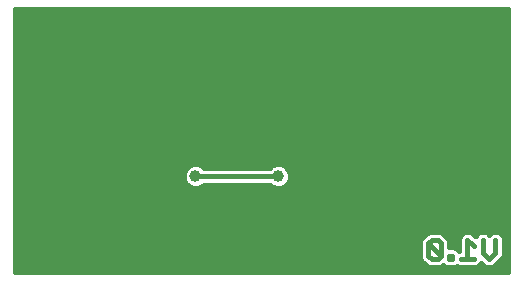
<source format=gbl>
G75*
%MOIN*%
%OFA0B0*%
%FSLAX25Y25*%
%IPPOS*%
%LPD*%
%AMOC8*
5,1,8,0,0,1.08239X$1,22.5*
%
%ADD10C,0.01600*%
%ADD11C,0.03962*%
D10*
X0005400Y0005500D02*
X0005400Y0093220D01*
X0169891Y0093220D01*
X0169891Y0005500D01*
X0005400Y0005500D01*
X0005400Y0006297D02*
X0169891Y0006297D01*
X0169891Y0007896D02*
X0165543Y0007896D01*
X0165866Y0008219D02*
X0167960Y0010313D01*
X0168386Y0011342D01*
X0168386Y0012456D01*
X0168386Y0016642D01*
X0167960Y0017671D01*
X0167172Y0018459D01*
X0166143Y0018885D01*
X0165029Y0018885D01*
X0164000Y0018459D01*
X0163493Y0017952D01*
X0162986Y0018459D01*
X0161957Y0018885D01*
X0160843Y0018885D01*
X0159814Y0018459D01*
X0159026Y0017671D01*
X0158906Y0017381D01*
X0158616Y0017671D01*
X0157828Y0018459D01*
X0157214Y0018713D01*
X0156799Y0018885D01*
X0155685Y0018885D01*
X0154656Y0018459D01*
X0153869Y0017671D01*
X0153614Y0017056D01*
X0153442Y0016642D01*
X0153442Y0012543D01*
X0153380Y0012517D01*
X0152671Y0013226D01*
X0151642Y0013652D01*
X0150260Y0013652D01*
X0150260Y0015595D01*
X0149834Y0016624D01*
X0149232Y0017226D01*
X0148787Y0017671D01*
X0148602Y0017857D01*
X0148000Y0018459D01*
X0147677Y0018592D01*
X0146971Y0018885D01*
X0143763Y0018885D01*
X0143015Y0018575D01*
X0142734Y0018459D01*
X0142114Y0017838D01*
X0141947Y0017671D01*
X0141559Y0017283D01*
X0140900Y0016624D01*
X0140508Y0015678D01*
X0140474Y0015595D01*
X0140474Y0010295D01*
X0140900Y0009266D01*
X0141947Y0008219D01*
X0142734Y0007432D01*
X0143763Y0007006D01*
X0146971Y0007006D01*
X0148000Y0007432D01*
X0148226Y0007658D01*
X0148453Y0007432D01*
X0149482Y0007006D01*
X0151642Y0007006D01*
X0152617Y0007409D01*
X0153592Y0007006D01*
X0158892Y0007006D01*
X0159922Y0007432D01*
X0160709Y0008219D01*
X0160829Y0008509D01*
X0161907Y0007432D01*
X0162936Y0007006D01*
X0164050Y0007006D01*
X0165079Y0007432D01*
X0165866Y0008219D01*
X0167141Y0009494D02*
X0169891Y0009494D01*
X0169891Y0011093D02*
X0168283Y0011093D01*
X0168386Y0012691D02*
X0169891Y0012691D01*
X0169891Y0014290D02*
X0168386Y0014290D01*
X0168386Y0015888D02*
X0169891Y0015888D01*
X0169891Y0017487D02*
X0168036Y0017487D01*
X0165586Y0016085D02*
X0165586Y0011899D01*
X0163493Y0009806D01*
X0161400Y0011899D01*
X0161400Y0016085D01*
X0158949Y0017487D02*
X0158800Y0017487D01*
X0158616Y0017671D02*
X0158616Y0017671D01*
X0156242Y0016085D02*
X0156242Y0009806D01*
X0154149Y0009806D02*
X0158336Y0009806D01*
X0160385Y0007896D02*
X0161443Y0007896D01*
X0153442Y0012691D02*
X0153206Y0012691D01*
X0153442Y0014290D02*
X0150260Y0014290D01*
X0147460Y0015038D02*
X0146414Y0016085D01*
X0144320Y0016085D01*
X0143274Y0015038D01*
X0147460Y0010852D01*
X0146414Y0009806D01*
X0144320Y0009806D01*
X0143274Y0010852D01*
X0143274Y0015038D01*
X0140595Y0015888D02*
X0005400Y0015888D01*
X0005400Y0017487D02*
X0141762Y0017487D01*
X0141947Y0017671D02*
X0141947Y0017671D01*
X0142734Y0018459D02*
X0142734Y0018459D01*
X0142734Y0018459D01*
X0140900Y0016624D02*
X0140900Y0016624D01*
X0140474Y0014290D02*
X0005400Y0014290D01*
X0005400Y0012691D02*
X0140474Y0012691D01*
X0140474Y0011093D02*
X0005400Y0011093D01*
X0005400Y0009494D02*
X0140806Y0009494D01*
X0142271Y0007896D02*
X0005400Y0007896D01*
X0005400Y0019085D02*
X0169891Y0019085D01*
X0169891Y0020684D02*
X0005400Y0020684D01*
X0005400Y0022282D02*
X0169891Y0022282D01*
X0169891Y0023881D02*
X0005400Y0023881D01*
X0005400Y0025479D02*
X0169891Y0025479D01*
X0169891Y0027078D02*
X0005400Y0027078D01*
X0005400Y0028676D02*
X0169891Y0028676D01*
X0169891Y0030275D02*
X0005400Y0030275D01*
X0005400Y0031873D02*
X0169891Y0031873D01*
X0169891Y0033472D02*
X0094193Y0033472D01*
X0093949Y0033371D02*
X0095413Y0033977D01*
X0096532Y0035097D01*
X0097139Y0036560D01*
X0097139Y0038144D01*
X0096532Y0039607D01*
X0095413Y0040727D01*
X0093949Y0041333D01*
X0092366Y0041333D01*
X0090902Y0040727D01*
X0090327Y0040152D01*
X0068429Y0040152D01*
X0067854Y0040727D01*
X0066390Y0041333D01*
X0064807Y0041333D01*
X0063343Y0040727D01*
X0062223Y0039607D01*
X0061617Y0038144D01*
X0061617Y0036560D01*
X0062223Y0035097D01*
X0063343Y0033977D01*
X0064807Y0033371D01*
X0066390Y0033371D01*
X0067854Y0033977D01*
X0068429Y0034552D01*
X0090327Y0034552D01*
X0090902Y0033977D01*
X0092366Y0033371D01*
X0093949Y0033371D01*
X0092122Y0033472D02*
X0066634Y0033472D01*
X0064563Y0033472D02*
X0005400Y0033472D01*
X0005400Y0035070D02*
X0062250Y0035070D01*
X0061617Y0036669D02*
X0005400Y0036669D01*
X0005400Y0038267D02*
X0061668Y0038267D01*
X0062482Y0039866D02*
X0005400Y0039866D01*
X0005400Y0041464D02*
X0169891Y0041464D01*
X0169891Y0039866D02*
X0096274Y0039866D01*
X0097087Y0038267D02*
X0169891Y0038267D01*
X0169891Y0036669D02*
X0097139Y0036669D01*
X0096506Y0035070D02*
X0169891Y0035070D01*
X0169891Y0043063D02*
X0005400Y0043063D01*
X0005400Y0044661D02*
X0169891Y0044661D01*
X0169891Y0046260D02*
X0005400Y0046260D01*
X0005400Y0047858D02*
X0169891Y0047858D01*
X0169891Y0049457D02*
X0005400Y0049457D01*
X0005400Y0051055D02*
X0169891Y0051055D01*
X0169891Y0052654D02*
X0005400Y0052654D01*
X0005400Y0054252D02*
X0169891Y0054252D01*
X0169891Y0055851D02*
X0005400Y0055851D01*
X0005400Y0057449D02*
X0169891Y0057449D01*
X0169891Y0059048D02*
X0005400Y0059048D01*
X0005400Y0060646D02*
X0169891Y0060646D01*
X0169891Y0062245D02*
X0005400Y0062245D01*
X0005400Y0063843D02*
X0169891Y0063843D01*
X0169891Y0065442D02*
X0005400Y0065442D01*
X0005400Y0067040D02*
X0169891Y0067040D01*
X0169891Y0068639D02*
X0005400Y0068639D01*
X0005400Y0070237D02*
X0169891Y0070237D01*
X0169891Y0071836D02*
X0005400Y0071836D01*
X0005400Y0073434D02*
X0169891Y0073434D01*
X0169891Y0075033D02*
X0005400Y0075033D01*
X0005400Y0076632D02*
X0169891Y0076632D01*
X0169891Y0078230D02*
X0005400Y0078230D01*
X0005400Y0079829D02*
X0169891Y0079829D01*
X0169891Y0081427D02*
X0005400Y0081427D01*
X0005400Y0083026D02*
X0169891Y0083026D01*
X0169891Y0084624D02*
X0005400Y0084624D01*
X0005400Y0086223D02*
X0169891Y0086223D01*
X0169891Y0087821D02*
X0005400Y0087821D01*
X0005400Y0089420D02*
X0169891Y0089420D01*
X0169891Y0091018D02*
X0005400Y0091018D01*
X0005400Y0092617D02*
X0169891Y0092617D01*
X0093157Y0037352D02*
X0065598Y0037352D01*
X0148000Y0018459D02*
X0148000Y0018459D01*
X0148000Y0018459D01*
X0148787Y0017671D02*
X0148787Y0017671D01*
X0148972Y0017487D02*
X0153792Y0017487D01*
X0153442Y0015888D02*
X0150139Y0015888D01*
X0147460Y0015038D02*
X0147460Y0010852D01*
X0150039Y0010852D02*
X0150039Y0009806D01*
X0151085Y0009806D01*
X0151085Y0010852D01*
X0150039Y0010852D01*
X0156242Y0016085D02*
X0158336Y0013992D01*
D11*
X0127868Y0034243D03*
X0101031Y0045226D03*
X0093157Y0037352D03*
X0065598Y0037352D03*
X0073472Y0060974D03*
M02*

</source>
